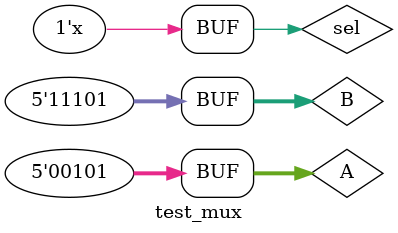
<source format=v>
module test_mux();
//WirePorts
wire [4:0] Y;
//RegisterDeclarations
	reg [4:0] A;
	reg [4:0] B;
	reg sel;
	mux #(
		.BITS(5)
	) mux1 (
		Y,
		A,
		B,
		sel
	); //instantiatethemux
	
	initial 
	begin
		A=5'b01010;
		B=5'b10101;
		sel = 1'b1;
		#10;
		A=5'b00000;
		#10
		sel=1'b1;
		#10;
		B=5'b11111;
		#5;
		A=5'b00101;
		#5;
		sel=1'b0;
		B=5'b11101;
		#5;
		sel=1'bx;
	end
	
	always @(A or B or sel)
		#1 $display("At t= %0d sel= %b A= %b B= %b Y= %b", $time, sel, A, B, Y);
	
endmodule//test

</source>
